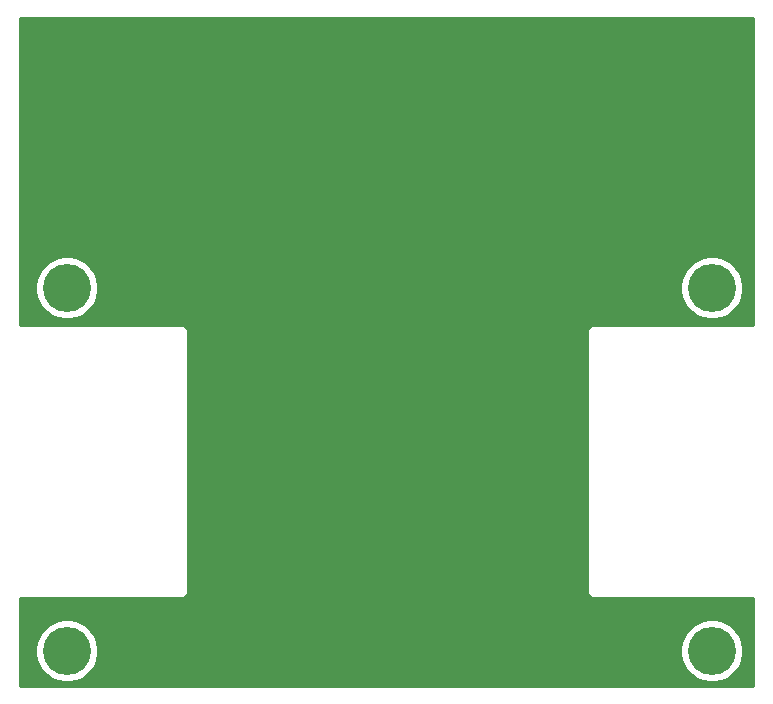
<source format=gbr>
%TF.GenerationSoftware,KiCad,Pcbnew,(5.1.9)-1*%
%TF.CreationDate,2025-02-14T08:16:11-08:00*%
%TF.ProjectId,RADA3K,52414441-334b-42e6-9b69-6361645f7063,rev?*%
%TF.SameCoordinates,Original*%
%TF.FileFunction,Copper,L1,Top*%
%TF.FilePolarity,Positive*%
%FSLAX46Y46*%
G04 Gerber Fmt 4.6, Leading zero omitted, Abs format (unit mm)*
G04 Created by KiCad (PCBNEW (5.1.9)-1) date 2025-02-14 08:16:11*
%MOMM*%
%LPD*%
G01*
G04 APERTURE LIST*
%TA.AperFunction,ComponentPad*%
%ADD10C,4.064000*%
%TD*%
%TA.AperFunction,NonConductor*%
%ADD11C,0.254000*%
%TD*%
%TA.AperFunction,NonConductor*%
%ADD12C,0.100000*%
%TD*%
G04 APERTURE END LIST*
D10*
%TO.P,GND,1*%
%TO.N,GND*%
X114554000Y-136652000D03*
%TD*%
%TO.P,GND,1*%
%TO.N,GND*%
X114554000Y-105918000D03*
%TD*%
%TO.P,GND,1*%
%TO.N,GND*%
X59944000Y-136652000D03*
%TD*%
%TO.P,GND,1*%
%TO.N,GND*%
X59944000Y-105918000D03*
%TD*%
D11*
X118060000Y-109050000D02*
X104714877Y-109050000D01*
X104680000Y-109046565D01*
X104645123Y-109050000D01*
X104540816Y-109060273D01*
X104406980Y-109100872D01*
X104283637Y-109166800D01*
X104175525Y-109255525D01*
X104086800Y-109363637D01*
X104020872Y-109486980D01*
X103980273Y-109620816D01*
X103966565Y-109760000D01*
X103970000Y-109794876D01*
X103970001Y-131455113D01*
X103966565Y-131490000D01*
X103980273Y-131629184D01*
X104020872Y-131763020D01*
X104086800Y-131886363D01*
X104175525Y-131994475D01*
X104283637Y-132083200D01*
X104406980Y-132149128D01*
X104540816Y-132189727D01*
X104645123Y-132200000D01*
X104680000Y-132203435D01*
X104714877Y-132200000D01*
X118060001Y-132200000D01*
X118060000Y-139612308D01*
X55980400Y-139612993D01*
X55980400Y-136389323D01*
X57277000Y-136389323D01*
X57277000Y-136914677D01*
X57379492Y-137429935D01*
X57580536Y-137915298D01*
X57872406Y-138352113D01*
X58243887Y-138723594D01*
X58680702Y-139015464D01*
X59166065Y-139216508D01*
X59681323Y-139319000D01*
X60206677Y-139319000D01*
X60721935Y-139216508D01*
X61207298Y-139015464D01*
X61644113Y-138723594D01*
X62015594Y-138352113D01*
X62307464Y-137915298D01*
X62508508Y-137429935D01*
X62611000Y-136914677D01*
X62611000Y-136389323D01*
X111887000Y-136389323D01*
X111887000Y-136914677D01*
X111989492Y-137429935D01*
X112190536Y-137915298D01*
X112482406Y-138352113D01*
X112853887Y-138723594D01*
X113290702Y-139015464D01*
X113776065Y-139216508D01*
X114291323Y-139319000D01*
X114816677Y-139319000D01*
X115331935Y-139216508D01*
X115817298Y-139015464D01*
X116254113Y-138723594D01*
X116625594Y-138352113D01*
X116917464Y-137915298D01*
X117118508Y-137429935D01*
X117221000Y-136914677D01*
X117221000Y-136389323D01*
X117118508Y-135874065D01*
X116917464Y-135388702D01*
X116625594Y-134951887D01*
X116254113Y-134580406D01*
X115817298Y-134288536D01*
X115331935Y-134087492D01*
X114816677Y-133985000D01*
X114291323Y-133985000D01*
X113776065Y-134087492D01*
X113290702Y-134288536D01*
X112853887Y-134580406D01*
X112482406Y-134951887D01*
X112190536Y-135388702D01*
X111989492Y-135874065D01*
X111887000Y-136389323D01*
X62611000Y-136389323D01*
X62508508Y-135874065D01*
X62307464Y-135388702D01*
X62015594Y-134951887D01*
X61644113Y-134580406D01*
X61207298Y-134288536D01*
X60721935Y-134087492D01*
X60206677Y-133985000D01*
X59681323Y-133985000D01*
X59166065Y-134087492D01*
X58680702Y-134288536D01*
X58243887Y-134580406D01*
X57872406Y-134951887D01*
X57580536Y-135388702D01*
X57379492Y-135874065D01*
X57277000Y-136389323D01*
X55980400Y-136389323D01*
X55980400Y-132200000D01*
X69505123Y-132200000D01*
X69540000Y-132203435D01*
X69574877Y-132200000D01*
X69679184Y-132189727D01*
X69813020Y-132149128D01*
X69936363Y-132083200D01*
X70044475Y-131994475D01*
X70133200Y-131886363D01*
X70199128Y-131763020D01*
X70239727Y-131629184D01*
X70253435Y-131490000D01*
X70250000Y-131455123D01*
X70250000Y-109794876D01*
X70253435Y-109760000D01*
X70239727Y-109620816D01*
X70199128Y-109486980D01*
X70133200Y-109363637D01*
X70044475Y-109255525D01*
X69936363Y-109166800D01*
X69813020Y-109100872D01*
X69679184Y-109060273D01*
X69574877Y-109050000D01*
X69540000Y-109046565D01*
X69505123Y-109050000D01*
X55980400Y-109050000D01*
X55980400Y-105655323D01*
X57277000Y-105655323D01*
X57277000Y-106180677D01*
X57379492Y-106695935D01*
X57580536Y-107181298D01*
X57872406Y-107618113D01*
X58243887Y-107989594D01*
X58680702Y-108281464D01*
X59166065Y-108482508D01*
X59681323Y-108585000D01*
X60206677Y-108585000D01*
X60721935Y-108482508D01*
X61207298Y-108281464D01*
X61644113Y-107989594D01*
X62015594Y-107618113D01*
X62307464Y-107181298D01*
X62508508Y-106695935D01*
X62611000Y-106180677D01*
X62611000Y-105655323D01*
X111887000Y-105655323D01*
X111887000Y-106180677D01*
X111989492Y-106695935D01*
X112190536Y-107181298D01*
X112482406Y-107618113D01*
X112853887Y-107989594D01*
X113290702Y-108281464D01*
X113776065Y-108482508D01*
X114291323Y-108585000D01*
X114816677Y-108585000D01*
X115331935Y-108482508D01*
X115817298Y-108281464D01*
X116254113Y-107989594D01*
X116625594Y-107618113D01*
X116917464Y-107181298D01*
X117118508Y-106695935D01*
X117221000Y-106180677D01*
X117221000Y-105655323D01*
X117118508Y-105140065D01*
X116917464Y-104654702D01*
X116625594Y-104217887D01*
X116254113Y-103846406D01*
X115817298Y-103554536D01*
X115331935Y-103353492D01*
X114816677Y-103251000D01*
X114291323Y-103251000D01*
X113776065Y-103353492D01*
X113290702Y-103554536D01*
X112853887Y-103846406D01*
X112482406Y-104217887D01*
X112190536Y-104654702D01*
X111989492Y-105140065D01*
X111887000Y-105655323D01*
X62611000Y-105655323D01*
X62508508Y-105140065D01*
X62307464Y-104654702D01*
X62015594Y-104217887D01*
X61644113Y-103846406D01*
X61207298Y-103554536D01*
X60721935Y-103353492D01*
X60206677Y-103251000D01*
X59681323Y-103251000D01*
X59166065Y-103353492D01*
X58680702Y-103554536D01*
X58243887Y-103846406D01*
X57872406Y-104217887D01*
X57580536Y-104654702D01*
X57379492Y-105140065D01*
X57277000Y-105655323D01*
X55980400Y-105655323D01*
X55980400Y-83092300D01*
X118060001Y-83092300D01*
X118060000Y-109050000D01*
%TA.AperFunction,NonConductor*%
D12*
G36*
X118060000Y-109050000D02*
G01*
X104714877Y-109050000D01*
X104680000Y-109046565D01*
X104645123Y-109050000D01*
X104540816Y-109060273D01*
X104406980Y-109100872D01*
X104283637Y-109166800D01*
X104175525Y-109255525D01*
X104086800Y-109363637D01*
X104020872Y-109486980D01*
X103980273Y-109620816D01*
X103966565Y-109760000D01*
X103970000Y-109794876D01*
X103970001Y-131455113D01*
X103966565Y-131490000D01*
X103980273Y-131629184D01*
X104020872Y-131763020D01*
X104086800Y-131886363D01*
X104175525Y-131994475D01*
X104283637Y-132083200D01*
X104406980Y-132149128D01*
X104540816Y-132189727D01*
X104645123Y-132200000D01*
X104680000Y-132203435D01*
X104714877Y-132200000D01*
X118060001Y-132200000D01*
X118060000Y-139612308D01*
X55980400Y-139612993D01*
X55980400Y-136389323D01*
X57277000Y-136389323D01*
X57277000Y-136914677D01*
X57379492Y-137429935D01*
X57580536Y-137915298D01*
X57872406Y-138352113D01*
X58243887Y-138723594D01*
X58680702Y-139015464D01*
X59166065Y-139216508D01*
X59681323Y-139319000D01*
X60206677Y-139319000D01*
X60721935Y-139216508D01*
X61207298Y-139015464D01*
X61644113Y-138723594D01*
X62015594Y-138352113D01*
X62307464Y-137915298D01*
X62508508Y-137429935D01*
X62611000Y-136914677D01*
X62611000Y-136389323D01*
X111887000Y-136389323D01*
X111887000Y-136914677D01*
X111989492Y-137429935D01*
X112190536Y-137915298D01*
X112482406Y-138352113D01*
X112853887Y-138723594D01*
X113290702Y-139015464D01*
X113776065Y-139216508D01*
X114291323Y-139319000D01*
X114816677Y-139319000D01*
X115331935Y-139216508D01*
X115817298Y-139015464D01*
X116254113Y-138723594D01*
X116625594Y-138352113D01*
X116917464Y-137915298D01*
X117118508Y-137429935D01*
X117221000Y-136914677D01*
X117221000Y-136389323D01*
X117118508Y-135874065D01*
X116917464Y-135388702D01*
X116625594Y-134951887D01*
X116254113Y-134580406D01*
X115817298Y-134288536D01*
X115331935Y-134087492D01*
X114816677Y-133985000D01*
X114291323Y-133985000D01*
X113776065Y-134087492D01*
X113290702Y-134288536D01*
X112853887Y-134580406D01*
X112482406Y-134951887D01*
X112190536Y-135388702D01*
X111989492Y-135874065D01*
X111887000Y-136389323D01*
X62611000Y-136389323D01*
X62508508Y-135874065D01*
X62307464Y-135388702D01*
X62015594Y-134951887D01*
X61644113Y-134580406D01*
X61207298Y-134288536D01*
X60721935Y-134087492D01*
X60206677Y-133985000D01*
X59681323Y-133985000D01*
X59166065Y-134087492D01*
X58680702Y-134288536D01*
X58243887Y-134580406D01*
X57872406Y-134951887D01*
X57580536Y-135388702D01*
X57379492Y-135874065D01*
X57277000Y-136389323D01*
X55980400Y-136389323D01*
X55980400Y-132200000D01*
X69505123Y-132200000D01*
X69540000Y-132203435D01*
X69574877Y-132200000D01*
X69679184Y-132189727D01*
X69813020Y-132149128D01*
X69936363Y-132083200D01*
X70044475Y-131994475D01*
X70133200Y-131886363D01*
X70199128Y-131763020D01*
X70239727Y-131629184D01*
X70253435Y-131490000D01*
X70250000Y-131455123D01*
X70250000Y-109794876D01*
X70253435Y-109760000D01*
X70239727Y-109620816D01*
X70199128Y-109486980D01*
X70133200Y-109363637D01*
X70044475Y-109255525D01*
X69936363Y-109166800D01*
X69813020Y-109100872D01*
X69679184Y-109060273D01*
X69574877Y-109050000D01*
X69540000Y-109046565D01*
X69505123Y-109050000D01*
X55980400Y-109050000D01*
X55980400Y-105655323D01*
X57277000Y-105655323D01*
X57277000Y-106180677D01*
X57379492Y-106695935D01*
X57580536Y-107181298D01*
X57872406Y-107618113D01*
X58243887Y-107989594D01*
X58680702Y-108281464D01*
X59166065Y-108482508D01*
X59681323Y-108585000D01*
X60206677Y-108585000D01*
X60721935Y-108482508D01*
X61207298Y-108281464D01*
X61644113Y-107989594D01*
X62015594Y-107618113D01*
X62307464Y-107181298D01*
X62508508Y-106695935D01*
X62611000Y-106180677D01*
X62611000Y-105655323D01*
X111887000Y-105655323D01*
X111887000Y-106180677D01*
X111989492Y-106695935D01*
X112190536Y-107181298D01*
X112482406Y-107618113D01*
X112853887Y-107989594D01*
X113290702Y-108281464D01*
X113776065Y-108482508D01*
X114291323Y-108585000D01*
X114816677Y-108585000D01*
X115331935Y-108482508D01*
X115817298Y-108281464D01*
X116254113Y-107989594D01*
X116625594Y-107618113D01*
X116917464Y-107181298D01*
X117118508Y-106695935D01*
X117221000Y-106180677D01*
X117221000Y-105655323D01*
X117118508Y-105140065D01*
X116917464Y-104654702D01*
X116625594Y-104217887D01*
X116254113Y-103846406D01*
X115817298Y-103554536D01*
X115331935Y-103353492D01*
X114816677Y-103251000D01*
X114291323Y-103251000D01*
X113776065Y-103353492D01*
X113290702Y-103554536D01*
X112853887Y-103846406D01*
X112482406Y-104217887D01*
X112190536Y-104654702D01*
X111989492Y-105140065D01*
X111887000Y-105655323D01*
X62611000Y-105655323D01*
X62508508Y-105140065D01*
X62307464Y-104654702D01*
X62015594Y-104217887D01*
X61644113Y-103846406D01*
X61207298Y-103554536D01*
X60721935Y-103353492D01*
X60206677Y-103251000D01*
X59681323Y-103251000D01*
X59166065Y-103353492D01*
X58680702Y-103554536D01*
X58243887Y-103846406D01*
X57872406Y-104217887D01*
X57580536Y-104654702D01*
X57379492Y-105140065D01*
X57277000Y-105655323D01*
X55980400Y-105655323D01*
X55980400Y-83092300D01*
X118060001Y-83092300D01*
X118060000Y-109050000D01*
G37*
%TD.AperFunction*%
M02*

</source>
